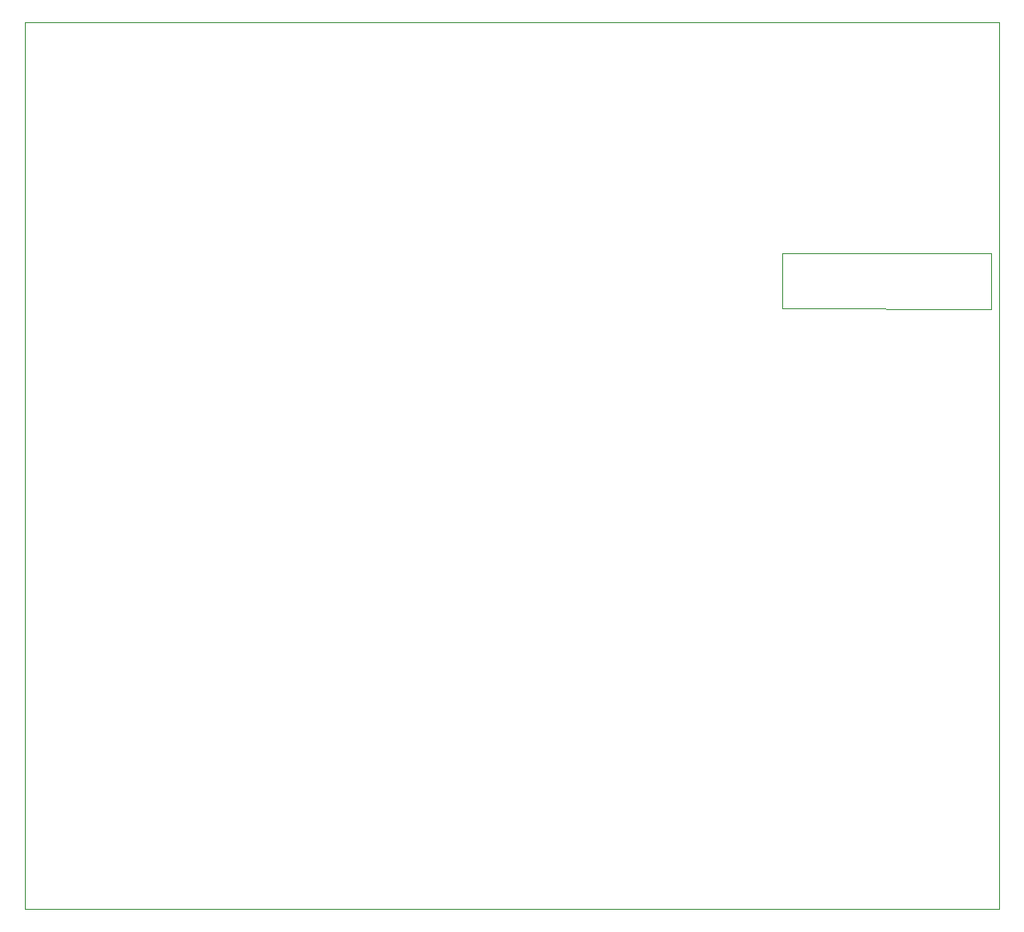
<source format=gm1>
G04 #@! TF.GenerationSoftware,KiCad,Pcbnew,5.1.4-3.fc30*
G04 #@! TF.CreationDate,2019-12-04T09:12:17+01:00*
G04 #@! TF.ProjectId,WattFred,57617474-4672-4656-942e-6b696361645f,rev?*
G04 #@! TF.SameCoordinates,Original*
G04 #@! TF.FileFunction,Profile,NP*
%FSLAX46Y46*%
G04 Gerber Fmt 4.6, Leading zero omitted, Abs format (unit mm)*
G04 Created by KiCad (PCBNEW 5.1.4-3.fc30) date 2019-12-04 09:12:17*
%MOMM*%
%LPD*%
G04 APERTURE LIST*
%ADD10C,0.050000*%
%ADD11C,0.100000*%
G04 APERTURE END LIST*
D10*
X168820000Y-73990000D02*
X148940000Y-74000000D01*
X168820000Y-79300000D02*
X168820000Y-73990000D01*
X148940000Y-79240000D02*
X168820000Y-79300000D01*
X148940000Y-74000000D02*
X148940000Y-79240000D01*
D11*
X169660000Y-136520000D02*
X76830000Y-136520000D01*
X76830000Y-136520000D02*
X76830000Y-52020000D01*
X169660000Y-52020000D02*
X169660000Y-136520000D01*
X76830000Y-52020000D02*
X169660000Y-52020000D01*
M02*

</source>
